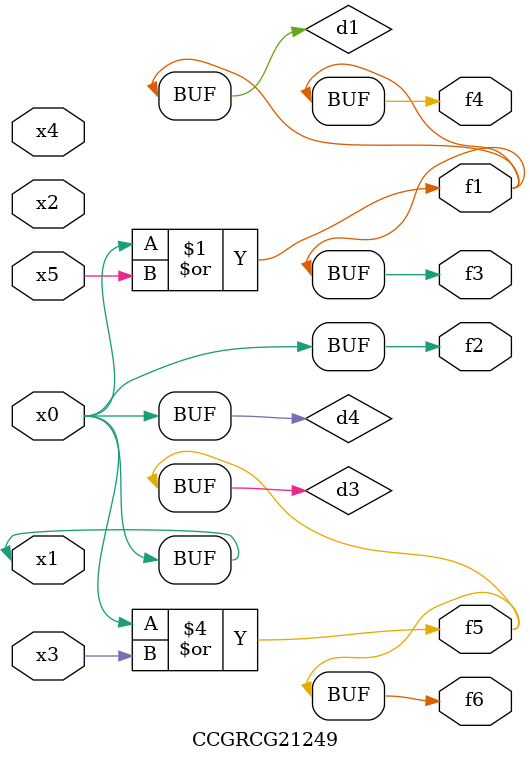
<source format=v>
module CCGRCG21249(
	input x0, x1, x2, x3, x4, x5,
	output f1, f2, f3, f4, f5, f6
);

	wire d1, d2, d3, d4;

	or (d1, x0, x5);
	xnor (d2, x1, x4);
	or (d3, x0, x3);
	buf (d4, x0, x1);
	assign f1 = d1;
	assign f2 = d4;
	assign f3 = d1;
	assign f4 = d1;
	assign f5 = d3;
	assign f6 = d3;
endmodule

</source>
